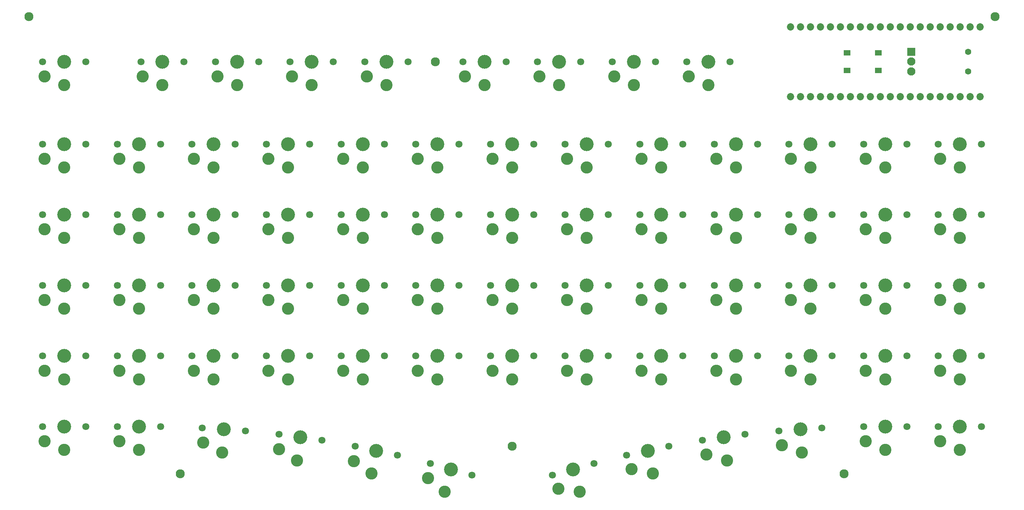
<source format=gbr>
%TF.GenerationSoftware,KiCad,Pcbnew,8.0.4*%
%TF.CreationDate,2024-08-04T16:18:39+02:00*%
%TF.ProjectId,eepyboard,65657079-626f-4617-9264-2e6b69636164,1.0*%
%TF.SameCoordinates,Original*%
%TF.FileFunction,Soldermask,Top*%
%TF.FilePolarity,Negative*%
%FSLAX46Y46*%
G04 Gerber Fmt 4.6, Leading zero omitted, Abs format (unit mm)*
G04 Created by KiCad (PCBNEW 8.0.4) date 2024-08-04 16:18:39*
%MOMM*%
%LPD*%
G01*
G04 APERTURE LIST*
G04 Aperture macros list*
%AMRoundRect*
0 Rectangle with rounded corners*
0 $1 Rounding radius*
0 $2 $3 $4 $5 $6 $7 $8 $9 X,Y pos of 4 corners*
0 Add a 4 corners polygon primitive as box body*
4,1,4,$2,$3,$4,$5,$6,$7,$8,$9,$2,$3,0*
0 Add four circle primitives for the rounded corners*
1,1,$1+$1,$2,$3*
1,1,$1+$1,$4,$5*
1,1,$1+$1,$6,$7*
1,1,$1+$1,$8,$9*
0 Add four rect primitives between the rounded corners*
20,1,$1+$1,$2,$3,$4,$5,0*
20,1,$1+$1,$4,$5,$6,$7,0*
20,1,$1+$1,$6,$7,$8,$9,0*
20,1,$1+$1,$8,$9,$2,$3,0*%
G04 Aperture macros list end*
%ADD10C,1.801800*%
%ADD11C,3.100000*%
%ADD12C,3.529000*%
%ADD13C,2.300000*%
%ADD14RoundRect,0.050000X-0.775000X-0.650000X0.775000X-0.650000X0.775000X0.650000X-0.775000X0.650000X0*%
%ADD15C,1.600000*%
%ADD16RoundRect,0.050000X-1.000000X-1.000000X1.000000X-1.000000X1.000000X1.000000X-1.000000X1.000000X0*%
%ADD17C,2.100000*%
%ADD18C,1.852600*%
G04 APERTURE END LIST*
D10*
%TO.C,S41*%
X276582827Y-95912340D03*
D11*
X271082827Y-101862340D03*
D12*
X271082827Y-95912340D03*
D11*
X266082827Y-99662340D03*
D10*
X265582827Y-95912340D03*
%TD*%
%TO.C,S49*%
X314582833Y-113912336D03*
D11*
X309082833Y-119862336D03*
D12*
X309082833Y-113912336D03*
D11*
X304082833Y-117662336D03*
D10*
X303582833Y-113912336D03*
%TD*%
%TO.C,S7*%
X124582827Y-131912340D03*
D11*
X119082827Y-137862340D03*
D12*
X119082827Y-131912340D03*
D11*
X114082827Y-135662340D03*
D10*
X113582827Y-131912340D03*
%TD*%
%TO.C,S40*%
X276582829Y-113912343D03*
D11*
X271082829Y-119862343D03*
D12*
X271082829Y-113912343D03*
D11*
X266082829Y-117662343D03*
D10*
X265582829Y-113912343D03*
%TD*%
%TO.C,S51*%
X314582828Y-77912335D03*
D11*
X309082828Y-83862335D03*
D12*
X309082828Y-77912335D03*
D11*
X304082828Y-81662335D03*
D10*
X303582828Y-77912335D03*
%TD*%
%TO.C,S29*%
X219582829Y-95912335D03*
D11*
X214082829Y-101862335D03*
D12*
X214082829Y-95912335D03*
D11*
X209082829Y-99662335D03*
D10*
X208582829Y-95912335D03*
%TD*%
D13*
%TO.C,_5*%
X214082830Y-154912338D03*
%TD*%
D10*
%TO.C,S33*%
X238582828Y-95912343D03*
D11*
X233082828Y-101862343D03*
D12*
X233082828Y-95912343D03*
D11*
X228082828Y-99662343D03*
D10*
X227582828Y-95912343D03*
%TD*%
%TO.C,S30*%
X219582828Y-77912343D03*
D11*
X214082828Y-83862343D03*
D12*
X214082828Y-77912343D03*
D11*
X209082828Y-81662343D03*
D10*
X208582828Y-77912343D03*
%TD*%
D13*
%TO.C,_2*%
X194582830Y-56912343D03*
%TD*%
%TO.C,_3*%
X337082829Y-45412336D03*
%TD*%
D10*
%TO.C,S27*%
X219582828Y-131912340D03*
D11*
X214082828Y-137862340D03*
D12*
X214082828Y-131912340D03*
D11*
X209082828Y-135662340D03*
D10*
X208582828Y-131912340D03*
%TD*%
%TO.C,S36*%
X257582829Y-113912339D03*
D11*
X252082829Y-119862339D03*
D12*
X252082829Y-113912339D03*
D11*
X247082829Y-117662339D03*
D10*
X246582829Y-113912339D03*
%TD*%
%TO.C,S72*%
X250582826Y-56912345D03*
D11*
X245082826Y-62862345D03*
D12*
X245082826Y-56912345D03*
D11*
X240082826Y-60662345D03*
D10*
X239582826Y-56912345D03*
%TD*%
%TO.C,S45*%
X295582833Y-95912333D03*
D11*
X290082833Y-101862333D03*
D12*
X290082833Y-95912333D03*
D11*
X285082833Y-99662333D03*
D10*
X284582833Y-95912333D03*
%TD*%
%TO.C,S60*%
X203836110Y-162315530D03*
D11*
X196909129Y-166519032D03*
D12*
X198549171Y-160799525D03*
D11*
X192709222Y-163026071D03*
D10*
X193262232Y-159283520D03*
%TD*%
%TO.C,S50*%
X314582828Y-95912341D03*
D11*
X309082828Y-101862341D03*
D12*
X309082828Y-95912341D03*
D11*
X304082828Y-99662341D03*
D10*
X303582828Y-95912341D03*
%TD*%
%TO.C,S35*%
X257582826Y-131912335D03*
D11*
X252082826Y-137862335D03*
D12*
X252082826Y-131912335D03*
D11*
X247082826Y-135662335D03*
D10*
X246582826Y-131912335D03*
%TD*%
%TO.C,S68*%
X168582827Y-56912342D03*
D11*
X163082827Y-62862342D03*
D12*
X163082827Y-56912342D03*
D11*
X158082827Y-60662342D03*
D10*
X157582827Y-56912342D03*
%TD*%
%TO.C,S58*%
X165643124Y-153412897D03*
D11*
X159368570Y-158539540D03*
D12*
X160196650Y-152647445D03*
D11*
X154723412Y-155665085D03*
D10*
X154750176Y-151881993D03*
%TD*%
%TO.C,S54*%
X333582829Y-113912336D03*
D11*
X328082829Y-119862336D03*
D12*
X328082829Y-113912336D03*
D11*
X323082829Y-117662336D03*
D10*
X322582829Y-113912336D03*
%TD*%
%TO.C,S47*%
X314582824Y-149912343D03*
D11*
X309082824Y-155862343D03*
D12*
X309082824Y-149912343D03*
D11*
X304082824Y-153662343D03*
D10*
X303582824Y-149912343D03*
%TD*%
%TO.C,S22*%
X181582830Y-77912342D03*
D11*
X176082830Y-83862342D03*
D12*
X176082830Y-77912342D03*
D11*
X171082830Y-81662342D03*
D10*
X170582830Y-77912342D03*
%TD*%
D14*
%TO.C,B1*%
X299357827Y-54662336D03*
X307307827Y-54662336D03*
X299357827Y-59162336D03*
X307307827Y-59162336D03*
%TD*%
D10*
%TO.C,S37*%
X257582824Y-95912345D03*
D11*
X252082824Y-101862345D03*
D12*
X252082824Y-95912345D03*
D11*
X247082824Y-99662345D03*
D10*
X246582824Y-95912345D03*
%TD*%
%TO.C,S42*%
X276582834Y-77912341D03*
D11*
X271082834Y-83862341D03*
D12*
X271082834Y-77912341D03*
D11*
X266082834Y-81662341D03*
D10*
X265582834Y-77912341D03*
%TD*%
%TO.C,S20*%
X181582833Y-113912342D03*
D11*
X176082833Y-119862342D03*
D12*
X176082833Y-113912342D03*
D11*
X171082833Y-117662342D03*
D10*
X170582833Y-113912342D03*
%TD*%
%TO.C,S16*%
X162582825Y-113912344D03*
D11*
X157082825Y-119862344D03*
D12*
X157082825Y-113912344D03*
D11*
X152082825Y-117662344D03*
D10*
X151582825Y-113912344D03*
%TD*%
%TO.C,S48*%
X314582823Y-131912336D03*
D11*
X309082823Y-137862336D03*
D12*
X309082823Y-131912336D03*
D11*
X304082823Y-135662336D03*
D10*
X303582823Y-131912336D03*
%TD*%
%TO.C,S19*%
X181582826Y-131912340D03*
D11*
X176082826Y-137862340D03*
D12*
X176082826Y-131912340D03*
D11*
X171082826Y-135662340D03*
D10*
X170582826Y-131912340D03*
%TD*%
%TO.C,S63*%
X254030222Y-154910315D03*
D11*
X249887485Y-161873807D03*
D12*
X248650410Y-156053829D03*
D11*
X244539341Y-160761441D03*
D10*
X243270598Y-157197343D03*
%TD*%
%TO.C,S2*%
X105582831Y-131912341D03*
D11*
X100082831Y-137862341D03*
D12*
X100082831Y-131912341D03*
D11*
X95082831Y-135662341D03*
D10*
X94582831Y-131912341D03*
%TD*%
%TO.C,S59*%
X184895059Y-157197354D03*
D11*
X178278172Y-161873818D03*
D12*
X179515247Y-156053840D03*
D11*
X173844840Y-158682335D03*
D10*
X174135435Y-154910326D03*
%TD*%
%TO.C,S69*%
X187582831Y-56912332D03*
D11*
X182082831Y-62862332D03*
D12*
X182082831Y-56912332D03*
D11*
X177082831Y-60662332D03*
D10*
X176582831Y-56912332D03*
%TD*%
%TO.C,S34*%
X238582830Y-77912338D03*
D11*
X233082830Y-83862338D03*
D12*
X233082830Y-77912338D03*
D11*
X228082830Y-81662338D03*
D10*
X227582830Y-77912338D03*
%TD*%
%TO.C,S55*%
X333582826Y-95912345D03*
D11*
X328082826Y-101862345D03*
D12*
X328082826Y-95912345D03*
D11*
X323082826Y-99662345D03*
D10*
X322582826Y-95912345D03*
%TD*%
%TO.C,S56*%
X333582829Y-77912334D03*
D11*
X328082829Y-83862334D03*
D12*
X328082829Y-77912334D03*
D11*
X323082829Y-81662334D03*
D10*
X322582829Y-77912334D03*
%TD*%
%TO.C,S24*%
X200582826Y-113912340D03*
D11*
X195082826Y-119862340D03*
D12*
X195082826Y-113912340D03*
D11*
X190082826Y-117662340D03*
D10*
X189582826Y-113912340D03*
%TD*%
%TO.C,S9*%
X124582830Y-95912334D03*
D11*
X119082830Y-101862334D03*
D12*
X119082830Y-95912334D03*
D11*
X114082830Y-99662334D03*
D10*
X113582830Y-95912334D03*
%TD*%
%TO.C,S43*%
X295582829Y-131912337D03*
D11*
X290082829Y-137862337D03*
D12*
X290082829Y-131912337D03*
D11*
X285082829Y-135662337D03*
D10*
X284582829Y-131912337D03*
%TD*%
%TO.C,S11*%
X143582829Y-131912343D03*
D11*
X138082829Y-137862343D03*
D12*
X138082829Y-131912343D03*
D11*
X133082829Y-135662343D03*
D10*
X132582829Y-131912343D03*
%TD*%
%TO.C,S64*%
X234903429Y-159283522D03*
D11*
X231256532Y-166519034D03*
D12*
X229616490Y-160799527D03*
D11*
X225843822Y-165782445D03*
D10*
X224329551Y-162315532D03*
%TD*%
%TO.C,S5*%
X105582829Y-77912341D03*
D11*
X100082829Y-83862341D03*
D12*
X100082829Y-77912341D03*
D11*
X95082829Y-81662341D03*
D10*
X94582829Y-77912341D03*
%TD*%
%TO.C,S38*%
X257582830Y-77912341D03*
D11*
X252082830Y-83862341D03*
D12*
X252082830Y-77912341D03*
D11*
X247082830Y-81662341D03*
D10*
X246582830Y-77912341D03*
%TD*%
%TO.C,S44*%
X295582830Y-113912341D03*
D11*
X290082830Y-119862341D03*
D12*
X290082830Y-113912341D03*
D11*
X285082830Y-117662341D03*
D10*
X284582830Y-113912341D03*
%TD*%
%TO.C,S73*%
X269582826Y-56912342D03*
D11*
X264082826Y-62862342D03*
D12*
X264082826Y-56912342D03*
D11*
X259082826Y-60662342D03*
D10*
X258582826Y-56912342D03*
%TD*%
%TO.C,S3*%
X105582828Y-113912342D03*
D11*
X100082828Y-119862342D03*
D12*
X100082828Y-113912342D03*
D11*
X95082828Y-117662342D03*
D10*
X94582828Y-113912342D03*
%TD*%
%TO.C,S23*%
X200582829Y-131912339D03*
D11*
X195082829Y-137862339D03*
D12*
X195082829Y-131912339D03*
D11*
X190082829Y-135662339D03*
D10*
X189582829Y-131912339D03*
%TD*%
%TO.C,S39*%
X276582824Y-131912339D03*
D11*
X271082824Y-137862339D03*
D12*
X271082824Y-131912339D03*
D11*
X266082824Y-135662339D03*
D10*
X265582824Y-131912339D03*
%TD*%
%TO.C,S66*%
X130582826Y-56912341D03*
D11*
X125082826Y-62862341D03*
D12*
X125082826Y-56912341D03*
D11*
X120082826Y-60662341D03*
D10*
X119582826Y-56912341D03*
%TD*%
%TO.C,S71*%
X231582824Y-56912342D03*
D11*
X226082824Y-62862342D03*
D12*
X226082824Y-56912342D03*
D11*
X221082824Y-60662342D03*
D10*
X220582824Y-56912342D03*
%TD*%
%TO.C,S31*%
X238582828Y-131912340D03*
D11*
X233082828Y-137862340D03*
D12*
X233082828Y-131912340D03*
D11*
X228082828Y-135662340D03*
D10*
X227582828Y-131912340D03*
%TD*%
%TO.C,S17*%
X162582832Y-95912340D03*
D11*
X157082832Y-101862340D03*
D12*
X157082832Y-95912340D03*
D11*
X152082832Y-99662340D03*
D10*
X151582832Y-95912340D03*
%TD*%
%TO.C,S46*%
X295582825Y-77912343D03*
D11*
X290082825Y-83862343D03*
D12*
X290082825Y-77912343D03*
D11*
X285082825Y-81662343D03*
D10*
X284582825Y-77912343D03*
%TD*%
%TO.C,S70*%
X212582827Y-56912345D03*
D11*
X207082827Y-62862345D03*
D12*
X207082827Y-56912345D03*
D11*
X202082827Y-60662345D03*
D10*
X201582827Y-56912345D03*
%TD*%
%TO.C,S62*%
X273415482Y-151881995D03*
D11*
X268797088Y-158539542D03*
D12*
X267969008Y-152647447D03*
D11*
X263539567Y-157056818D03*
D10*
X262522534Y-153412899D03*
%TD*%
%TO.C,S13*%
X143582825Y-95912341D03*
D11*
X138082825Y-101862341D03*
D12*
X138082825Y-95912341D03*
D11*
X133082825Y-99662341D03*
D10*
X132582825Y-95912341D03*
%TD*%
%TO.C,S4*%
X105582835Y-95912341D03*
D11*
X100082835Y-101862341D03*
D12*
X100082835Y-95912341D03*
D11*
X95082835Y-99662341D03*
D10*
X94582835Y-95912341D03*
%TD*%
%TO.C,S52*%
X333582832Y-149912342D03*
D11*
X328082832Y-155862342D03*
D12*
X328082832Y-149912342D03*
D11*
X323082832Y-153662342D03*
D10*
X322582832Y-149912342D03*
%TD*%
%TO.C,S53*%
X333582823Y-131912341D03*
D11*
X328082823Y-137862341D03*
D12*
X328082823Y-131912341D03*
D11*
X323082823Y-135662341D03*
D10*
X322582823Y-131912341D03*
%TD*%
D15*
%TO.C,ROT1*%
X330212831Y-54372339D03*
X330212831Y-59372339D03*
D16*
X315712828Y-54372339D03*
D17*
X315712829Y-59372339D03*
X315712831Y-56872340D03*
%TD*%
D13*
%TO.C,_6*%
X298582829Y-161912340D03*
%TD*%
D10*
%TO.C,S15*%
X162582831Y-131912341D03*
D11*
X157082831Y-137862341D03*
D12*
X157082831Y-131912341D03*
D11*
X152082831Y-135662341D03*
D10*
X151582831Y-131912341D03*
%TD*%
D18*
%TO.C,MCU1*%
X284952828Y-48022340D03*
X287492828Y-48022340D03*
X290032828Y-48022340D03*
X292572828Y-48022340D03*
X295112828Y-48022340D03*
X297652828Y-48022340D03*
X300192828Y-48022340D03*
X302732828Y-48022340D03*
X305272828Y-48022340D03*
X307812828Y-48022340D03*
X310352828Y-48022340D03*
X312892828Y-48022339D03*
X315432828Y-48022340D03*
X317972828Y-48022340D03*
X320512824Y-48022340D03*
X323052828Y-48022340D03*
X325592828Y-48022340D03*
X328132828Y-48022340D03*
X330672828Y-48022340D03*
X333212828Y-48022340D03*
X284952828Y-65802340D03*
X287492828Y-65802340D03*
X290032828Y-65802340D03*
X292572828Y-65802340D03*
X295112828Y-65802340D03*
X297652832Y-65802340D03*
X300192828Y-65802340D03*
X302732828Y-65802340D03*
X305272828Y-65802341D03*
X307812828Y-65802340D03*
X310352828Y-65802340D03*
X312892828Y-65802340D03*
X315432828Y-65802340D03*
X317972828Y-65802340D03*
X320512828Y-65802340D03*
X323052828Y-65802340D03*
X325592828Y-65802340D03*
X328132828Y-65802340D03*
X330672828Y-65802340D03*
X333212828Y-65802340D03*
%TD*%
D10*
%TO.C,S61*%
X292964764Y-150213289D03*
D11*
X287893213Y-156532456D03*
D12*
X287478162Y-150596950D03*
D11*
X282751929Y-154686598D03*
D10*
X281991560Y-150980611D03*
%TD*%
%TO.C,S28*%
X219582827Y-113912342D03*
D11*
X214082827Y-119862342D03*
D12*
X214082827Y-113912342D03*
D11*
X209082827Y-117662342D03*
D10*
X208582827Y-113912342D03*
%TD*%
%TO.C,S67*%
X149582828Y-56912341D03*
D11*
X144082828Y-62862341D03*
D12*
X144082828Y-56912341D03*
D11*
X139082828Y-60662341D03*
D10*
X138582828Y-56912341D03*
%TD*%
%TO.C,S1*%
X105582826Y-149912335D03*
D11*
X100082826Y-155862335D03*
D12*
X100082826Y-149912335D03*
D11*
X95082826Y-153662335D03*
D10*
X94582826Y-149912335D03*
%TD*%
%TO.C,S18*%
X162582828Y-77912342D03*
D11*
X157082828Y-83862342D03*
D12*
X157082828Y-77912342D03*
D11*
X152082828Y-81662342D03*
D10*
X151582828Y-77912342D03*
%TD*%
%TO.C,S21*%
X181582829Y-95912337D03*
D11*
X176082829Y-101862337D03*
D12*
X176082829Y-95912337D03*
D11*
X171082829Y-99662337D03*
D10*
X170582829Y-95912337D03*
%TD*%
%TO.C,S14*%
X143582830Y-77912338D03*
D11*
X138082830Y-83862338D03*
D12*
X138082830Y-77912338D03*
D11*
X133082830Y-81662338D03*
D10*
X132582830Y-77912338D03*
%TD*%
D13*
%TO.C,_1*%
X91082829Y-45412340D03*
%TD*%
%TO.C,_4*%
X129582828Y-161912342D03*
%TD*%
D10*
%TO.C,S57*%
X146174092Y-150980614D03*
D11*
X140272439Y-156532459D03*
D12*
X140687490Y-150596953D03*
D11*
X135438083Y-153989036D03*
D10*
X135200888Y-150213292D03*
%TD*%
%TO.C,S8*%
X124582824Y-113912348D03*
D11*
X119082824Y-119862348D03*
D12*
X119082824Y-113912348D03*
D11*
X114082824Y-117662348D03*
D10*
X113582824Y-113912348D03*
%TD*%
%TO.C,S25*%
X200582828Y-95912339D03*
D11*
X195082828Y-101862339D03*
D12*
X195082828Y-95912339D03*
D11*
X190082828Y-99662339D03*
D10*
X189582828Y-95912339D03*
%TD*%
%TO.C,S6*%
X124582823Y-149912337D03*
D11*
X119082823Y-155862337D03*
D12*
X119082823Y-149912337D03*
D11*
X114082823Y-153662337D03*
D10*
X113582823Y-149912337D03*
%TD*%
%TO.C,S10*%
X124582828Y-77912338D03*
D11*
X119082828Y-83862338D03*
D12*
X119082828Y-77912338D03*
D11*
X114082828Y-81662338D03*
D10*
X113582828Y-77912338D03*
%TD*%
%TO.C,S32*%
X238582829Y-113912342D03*
D11*
X233082829Y-119862342D03*
D12*
X233082829Y-113912342D03*
D11*
X228082829Y-117662342D03*
D10*
X227582829Y-113912342D03*
%TD*%
%TO.C,S65*%
X105582825Y-56912337D03*
D11*
X100082825Y-62862337D03*
D12*
X100082825Y-56912337D03*
D11*
X95082825Y-60662337D03*
D10*
X94582825Y-56912337D03*
%TD*%
%TO.C,S12*%
X143582829Y-113912339D03*
D11*
X138082829Y-119862339D03*
D12*
X138082829Y-113912339D03*
D11*
X133082829Y-117662339D03*
D10*
X132582829Y-113912339D03*
%TD*%
%TO.C,S26*%
X200582829Y-77912341D03*
D11*
X195082829Y-83862341D03*
D12*
X195082829Y-77912341D03*
D11*
X190082829Y-81662341D03*
D10*
X189582829Y-77912341D03*
%TD*%
M02*

</source>
